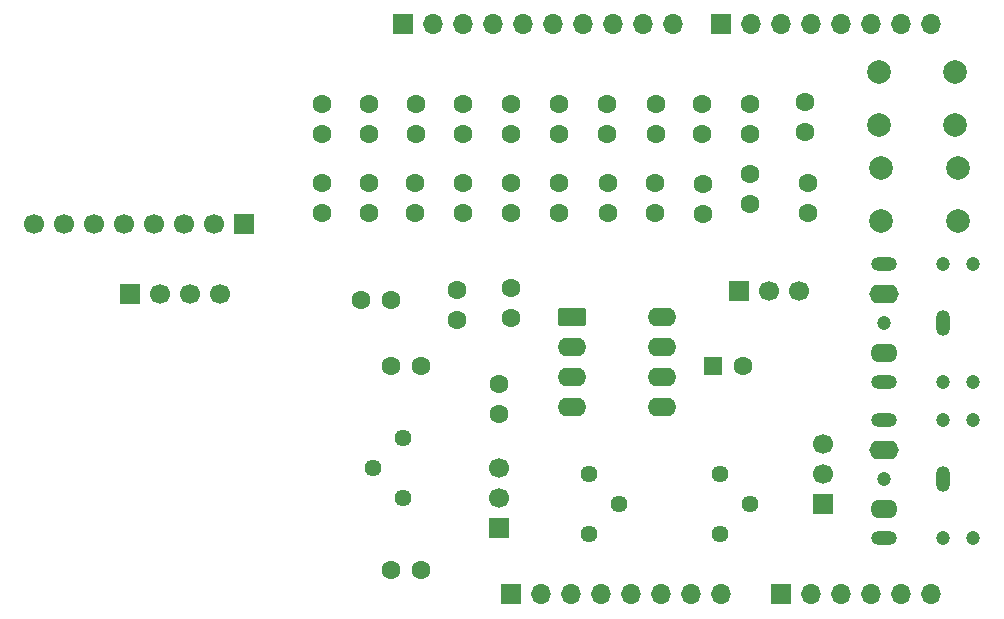
<source format=gbr>
%TF.GenerationSoftware,KiCad,Pcbnew,9.0.7*%
%TF.CreationDate,2026-02-15T19:22:42-07:00*%
%TF.ProjectId,PCB_Project,5043425f-5072-46f6-9a65-63742e6b6963,rev?*%
%TF.SameCoordinates,Original*%
%TF.FileFunction,Soldermask,Bot*%
%TF.FilePolarity,Negative*%
%FSLAX46Y46*%
G04 Gerber Fmt 4.6, Leading zero omitted, Abs format (unit mm)*
G04 Created by KiCad (PCBNEW 9.0.7) date 2026-02-15 19:22:42*
%MOMM*%
%LPD*%
G01*
G04 APERTURE LIST*
G04 Aperture macros list*
%AMRoundRect*
0 Rectangle with rounded corners*
0 $1 Rounding radius*
0 $2 $3 $4 $5 $6 $7 $8 $9 X,Y pos of 4 corners*
0 Add a 4 corners polygon primitive as box body*
4,1,4,$2,$3,$4,$5,$6,$7,$8,$9,$2,$3,0*
0 Add four circle primitives for the rounded corners*
1,1,$1+$1,$2,$3*
1,1,$1+$1,$4,$5*
1,1,$1+$1,$6,$7*
1,1,$1+$1,$8,$9*
0 Add four rect primitives between the rounded corners*
20,1,$1+$1,$2,$3,$4,$5,0*
20,1,$1+$1,$4,$5,$6,$7,0*
20,1,$1+$1,$6,$7,$8,$9,0*
20,1,$1+$1,$8,$9,$2,$3,0*%
G04 Aperture macros list end*
%ADD10C,1.200000*%
%ADD11O,2.200000X1.200000*%
%ADD12O,2.300000X1.600000*%
%ADD13O,1.200000X2.200000*%
%ADD14O,2.500000X1.600000*%
%ADD15R,1.700000X1.700000*%
%ADD16O,1.700000X1.700000*%
%ADD17C,1.600000*%
%ADD18C,1.700000*%
%ADD19C,1.440000*%
%ADD20RoundRect,0.250000X-0.550000X-0.550000X0.550000X-0.550000X0.550000X0.550000X-0.550000X0.550000X0*%
%ADD21RoundRect,0.250000X-0.950000X-0.550000X0.950000X-0.550000X0.950000X0.550000X-0.950000X0.550000X0*%
%ADD22O,2.400000X1.600000*%
%ADD23C,2.000000*%
G04 APERTURE END LIST*
D10*
%TO.C,J11*%
X164516000Y-79520000D03*
X167016000Y-79520000D03*
X159516000Y-74520000D03*
X164516000Y-69520000D03*
X167016000Y-69520000D03*
D11*
X159516000Y-79520000D03*
D12*
X159516000Y-77020000D03*
D13*
X164516000Y-74520000D03*
D11*
X159516000Y-69520000D03*
D14*
X159516000Y-72020000D03*
%TD*%
D10*
%TO.C,J10*%
X164516000Y-92728000D03*
X167016000Y-92728000D03*
X159516000Y-87728000D03*
X164516000Y-82728000D03*
X167016000Y-82728000D03*
D11*
X159516000Y-92728000D03*
D12*
X159516000Y-90228000D03*
D13*
X164516000Y-87728000D03*
D11*
X159516000Y-82728000D03*
D14*
X159516000Y-85228000D03*
%TD*%
D15*
%TO.C,J1*%
X127940000Y-97460000D03*
D16*
X130480000Y-97460000D03*
X133020000Y-97460000D03*
X135560000Y-97460000D03*
X138100000Y-97460000D03*
X140640000Y-97460000D03*
X143180000Y-97460000D03*
X145720000Y-97460000D03*
%TD*%
D15*
%TO.C,J3*%
X150800000Y-97460000D03*
D16*
X153340000Y-97460000D03*
X155880000Y-97460000D03*
X158420000Y-97460000D03*
X160960000Y-97460000D03*
X163500000Y-97460000D03*
%TD*%
D15*
%TO.C,J2*%
X118796000Y-49200000D03*
D16*
X121336000Y-49200000D03*
X123876000Y-49200000D03*
X126416000Y-49200000D03*
X128956000Y-49200000D03*
X131496000Y-49200000D03*
X134036000Y-49200000D03*
X136576000Y-49200000D03*
X139116000Y-49200000D03*
X141656000Y-49200000D03*
%TD*%
D15*
%TO.C,J4*%
X145720000Y-49200000D03*
D16*
X148260000Y-49200000D03*
X150800000Y-49200000D03*
X153340000Y-49200000D03*
X155880000Y-49200000D03*
X158420000Y-49200000D03*
X160960000Y-49200000D03*
X163500000Y-49200000D03*
%TD*%
D17*
%TO.C,R19*%
X115870000Y-62680000D03*
X115870000Y-65220000D03*
%TD*%
D15*
%TO.C,J12*%
X154356000Y-89840000D03*
D18*
X154356000Y-87300000D03*
X154356000Y-84760000D03*
%TD*%
D17*
%TO.C,C2*%
X126924000Y-82180000D03*
X126924000Y-79680000D03*
%TD*%
%TO.C,R17*%
X119820000Y-62640000D03*
X119820000Y-65180000D03*
%TD*%
%TO.C,R6*%
X144100000Y-58520000D03*
X144100000Y-55980000D03*
%TD*%
%TO.C,R25*%
X117780000Y-78156000D03*
X120320000Y-78156000D03*
%TD*%
%TO.C,R21*%
X111880000Y-62680000D03*
X111880000Y-65220000D03*
%TD*%
%TO.C,R3*%
X148130000Y-64450000D03*
X148130000Y-61910000D03*
%TD*%
%TO.C,R27*%
X127940000Y-71552000D03*
X127940000Y-74092000D03*
%TD*%
D19*
%TO.C,RV3*%
X118796000Y-84252000D03*
X116256000Y-86792000D03*
X118796000Y-89332000D03*
%TD*%
D17*
%TO.C,R7*%
X140140000Y-62660000D03*
X140140000Y-65200000D03*
%TD*%
%TO.C,R16*%
X123860000Y-58490000D03*
X123860000Y-55950000D03*
%TD*%
D20*
%TO.C,C1*%
X145045621Y-78156000D03*
D17*
X147545621Y-78156000D03*
%TD*%
%TO.C,R20*%
X115880000Y-58510000D03*
X115880000Y-55970000D03*
%TD*%
%TO.C,R4*%
X148110000Y-58530000D03*
X148110000Y-55990000D03*
%TD*%
D19*
%TO.C,RV1*%
X134544000Y-92380000D03*
X137084000Y-89840000D03*
X134544000Y-87300000D03*
%TD*%
D17*
%TO.C,R5*%
X144160000Y-62690000D03*
X144160000Y-65230000D03*
%TD*%
%TO.C,R14*%
X127920000Y-58460000D03*
X127920000Y-55920000D03*
%TD*%
%TO.C,R11*%
X131970000Y-62610000D03*
X131970000Y-65150000D03*
%TD*%
D15*
%TO.C,J5*%
X105299000Y-66142000D03*
D18*
X102759000Y-66142000D03*
X100219000Y-66142000D03*
X97679000Y-66142000D03*
X95139000Y-66142000D03*
X92599000Y-66142000D03*
X90059000Y-66142000D03*
X87519000Y-66142000D03*
%TD*%
D17*
%TO.C,R15*%
X123860000Y-62650000D03*
X123860000Y-65190000D03*
%TD*%
%TO.C,R8*%
X140160000Y-58530000D03*
X140160000Y-55990000D03*
%TD*%
%TO.C,R24*%
X123368000Y-71698000D03*
X123368000Y-74238000D03*
%TD*%
D21*
%TO.C,U1*%
X133090000Y-74010000D03*
D22*
X133090000Y-76550000D03*
X133090000Y-79090000D03*
X133090000Y-81630000D03*
X140710000Y-81630000D03*
X140710000Y-79090000D03*
X140710000Y-76550000D03*
X140710000Y-74010000D03*
%TD*%
D23*
%TO.C,SW2*%
X165734000Y-65890000D03*
X159234000Y-65890000D03*
X165734000Y-61390000D03*
X159234000Y-61390000D03*
%TD*%
D17*
%TO.C,R12*%
X131970000Y-58460000D03*
X131970000Y-55920000D03*
%TD*%
%TO.C,R23*%
X117780000Y-72568000D03*
X115240000Y-72568000D03*
%TD*%
D15*
%TO.C,J9*%
X126924000Y-91872000D03*
D18*
X126924000Y-89332000D03*
X126924000Y-86792000D03*
%TD*%
D19*
%TO.C,RV2*%
X145600000Y-92380000D03*
X148140000Y-89840000D03*
X145600000Y-87300000D03*
%TD*%
D23*
%TO.C,SW1*%
X165532000Y-57710000D03*
X159032000Y-57710000D03*
X165532000Y-53210000D03*
X159032000Y-53210000D03*
%TD*%
D15*
%TO.C,J7*%
X147244000Y-71760000D03*
D18*
X149784000Y-71760000D03*
X152324000Y-71760000D03*
%TD*%
D17*
%TO.C,R26*%
X117780000Y-95428000D03*
X120320000Y-95428000D03*
%TD*%
D15*
%TO.C,J6*%
X95690000Y-72080000D03*
D18*
X98230000Y-72080000D03*
X100770000Y-72080000D03*
X103310000Y-72080000D03*
%TD*%
D17*
%TO.C,R1*%
X152832000Y-55804000D03*
X152832000Y-58344000D03*
%TD*%
%TO.C,R22*%
X111920000Y-58490000D03*
X111920000Y-55950000D03*
%TD*%
%TO.C,R13*%
X127940000Y-62660000D03*
X127940000Y-65200000D03*
%TD*%
%TO.C,R18*%
X119840000Y-58510000D03*
X119840000Y-55970000D03*
%TD*%
%TO.C,R10*%
X136060000Y-58490000D03*
X136060000Y-55950000D03*
%TD*%
%TO.C,R9*%
X136140000Y-62650000D03*
X136140000Y-65190000D03*
%TD*%
%TO.C,R2*%
X153050000Y-62650000D03*
X153050000Y-65190000D03*
%TD*%
M02*

</source>
